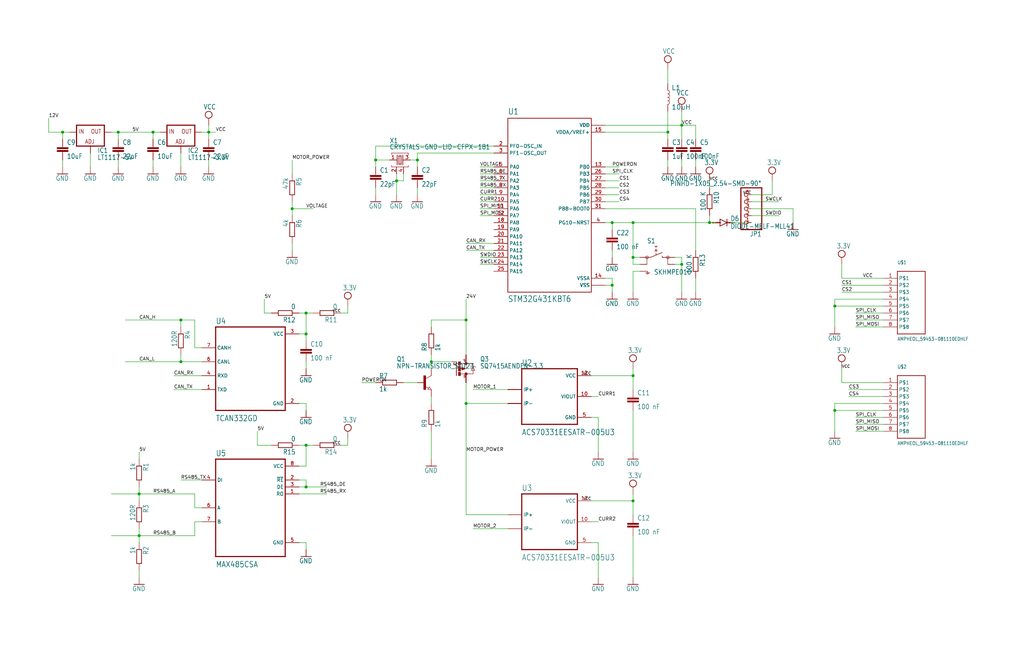
<source format=kicad_sch>
(kicad_sch (version 20210621) (generator eeschema)
  (paper "User" 373.913 237.744)
  (lib_symbols
    (symbol "Gripper FeeTech-eagle-import:ACS70331EESATR-005U3"
      (property "Reference" "U" (at -10.1803 11.1789 0))
      (property "Value" "ACS70331EESATR-005U3" (at -10.1877 -14.1878 0))
      (symbol "ACS70331EESATR-005U3_1_0"
        (pin input line (at -15.24 2.54 0) (length 5.08) (name "IP+") (number "1"))
        (pin output line (at 15.24 0 180) (length 5.08) (name "VIOUT") (number "10"))
        (pin power_in line (at 15.24 7.62 180) (length 5.08) (name "VCC") (number "12"))
        (pin input line (at -15.24 2.54 0) (length 5.08) (name "IP+") (number "2"))
        (pin input line (at -15.24 -2.54 0) (length 5.08) (name "IP-") (number "3"))
        (pin input line (at -15.24 -2.54 0) (length 5.08) (name "IP-") (number "4"))
        (pin power_in line (at 15.24 -7.62 180) (length 5.08) (name "GND") (number "5"))
      )
    )
    (symbol "Gripper FeeTech-eagle-import:AMPHEOL_59453-081110EDHLF"
      (property "Value" "AMPHEOL_59453-081110EDHLF" (at -5.08 -15.24 0))
      (symbol "AMPHEOL_59453-081110EDHLF_1_0"
        (pin bidirectional line (at -10.16 7.62 0) (length 5.08) (name "P$1") (number "1"))
        (pin bidirectional line (at -10.16 5.08 0) (length 5.08) (name "P$2") (number "2"))
        (pin bidirectional line (at -10.16 2.54 0) (length 5.08) (name "P$3") (number "3"))
        (pin bidirectional line (at -10.16 0 0) (length 5.08) (name "P$4") (number "4"))
        (pin bidirectional line (at -10.16 -2.54 0) (length 5.08) (name "P$5") (number "5"))
        (pin bidirectional line (at -10.16 -5.08 0) (length 5.08) (name "P$6") (number "6"))
        (pin bidirectional line (at -10.16 -7.62 0) (length 5.08) (name "P$7") (number "7"))
        (pin bidirectional line (at -10.16 -10.16 0) (length 5.08) (name "P$8") (number "8"))
      )
    )
    (symbol "Gripper FeeTech-eagle-import:C-EUC0402"
      (property "Reference" "C" (at 1.524 0.381 0))
      (property "Value" "C-EUC0402" (at 1.524 -4.699 0))
      (symbol "C-EUC0402_1_0"
        (pin passive line (at 0 2.54 270) (length 2.54) (name "1") (number "1"))
        (pin passive line (at 0 -5.08 90) (length 2.54) (name "2") (number "2"))
      )
    )
    (symbol "Gripper FeeTech-eagle-import:CRYSTALS-GND-LID-CFPX-181"
      (property "Reference" "X" (at -2.54 6.096 0))
      (property "Value" "CRYSTALS-GND-LID-CFPX-181" (at -2.54 3.81 0))
      (symbol "CRYSTALS-GND-LID-CFPX-181_1_0"
        (pin passive line (at -2.54 0 0) (length 2.54) (name "1") (number "1"))
        (pin passive line (at 0 -5.08 90) (length 2.54) (name "2") (number "2"))
        (pin passive line (at 5.08 0 180) (length 2.54) (name "3") (number "3"))
        (pin passive line (at 2.54 -5.08 90) (length 2.54) (name "4") (number "4"))
      )
    )
    (symbol "Gripper FeeTech-eagle-import:DIODE-MELF-MLL41"
      (property "Reference" "D" (at 2.54 0.4826 0))
      (property "Value" "DIODE-MELF-MLL41" (at 2.54 -2.3114 0))
      (symbol "DIODE-MELF-MLL41_1_0"
        (text "SpiceOrder 1" (at -2.54 0 0) (effects (font (size 0.4064 0.3454))))
        (text "SpiceOrder 2" (at 2.54 0 0) (effects (font (size 0.4064 0.3454))))
        (pin passive line (at -2.54 0 0) (length 0) (name "A") (number "A"))
        (pin passive line (at 2.54 0 180) (length 0) (name "C") (number "C"))
      )
    )
    (symbol "Gripper FeeTech-eagle-import:GND" (power)
      (property "Value" "GND" (at -2.54 -2.54 0))
      (symbol "GND_1_0"
        (pin power_in line (at 0 2.54 270) (length 2.54) (name "GND") (number "1"))
      )
    )
    (symbol "Gripper FeeTech-eagle-import:INDUCTOR-0603-33NH"
      (property "Reference" "L" (at 1.27 2.54 0))
      (property "Value" "INDUCTOR-0603-33NH" (at 1.27 -2.54 0))
      (symbol "INDUCTOR-0603-33NH_1_0"
        (pin passive line (at 0 5.08 270) (length 2.54) (name "1") (number "1"))
        (pin passive line (at 0 -5.08 90) (length 2.54) (name "2") (number "2"))
      )
    )
    (symbol "Gripper FeeTech-eagle-import:LD117A?S"
      (property "Reference" "IC" (at 2.54 -7.62 0))
      (property "Value" "LD117A?S" (at 2.54 -10.16 0))
      (symbol "LD117A?S_1_0"
        (text "ADJ" (at -2.032 -4.318 0) (effects (font (size 1.524 1.2954)) (justify left bottom)))
        (text "IN" (at -4.445 -0.635 0) (effects (font (size 1.524 1.2954)) (justify left bottom)))
        (text "OUT" (at 0.127 -0.635 0) (effects (font (size 1.524 1.2954)) (justify left bottom)))
        (pin input line (at 0 -7.62 90) (length 2.54) (name "ADJ") (number "1"))
        (pin input line (at -7.62 0 0) (length 2.54) (name "IN") (number "3"))
        (pin passive line (at 7.62 0 180) (length 2.54) (name "OUT") (number "4"))
      )
    )
    (symbol "Gripper FeeTech-eagle-import:MAX485CSA"
      (property "Reference" "U" (at -12.7 18.78 0))
      (property "Value" "MAX485CSA" (at -12.7 -21.78 0))
      (symbol "MAX485CSA_1_0"
        (pin output line (at 17.78 5.08 180) (length 5.08) (name "RO") (number "1"))
        (pin output line (at 17.78 10.16 180) (length 5.08) (name "~{RE}") (number "2"))
        (pin output line (at 17.78 7.62 180) (length 5.08) (name "DE") (number "3"))
        (pin input line (at -17.78 10.16 0) (length 5.08) (name "DI") (number "4"))
        (pin power_in line (at 17.78 -12.7 180) (length 5.08) (name "GND") (number "5"))
        (pin bidirectional line (at -17.78 0 0) (length 5.08) (name "A") (number "6"))
        (pin bidirectional line (at -17.78 -5.08 0) (length 5.08) (name "B") (number "7"))
        (pin power_in line (at 17.78 15.24 180) (length 5.08) (name "VCC") (number "8"))
      )
    )
    (symbol "Gripper FeeTech-eagle-import:NPN-TRANSISTOR_SOT23"
      (property "Reference" "Q" (at -10.16 7.62 0))
      (property "Value" "NPN-TRANSISTOR_SOT23" (at -10.16 5.08 0))
      (symbol "NPN-TRANSISTOR_SOT23_1_0"
        (pin passive line (at -2.54 0 0) (length 2.54) (name "B") (number "1"))
        (pin passive line (at 2.54 -5.08 90) (length 2.54) (name "E") (number "2"))
        (pin passive line (at 2.54 5.08 270) (length 2.54) (name "C") (number "3"))
      )
    )
    (symbol "Gripper FeeTech-eagle-import:PINHD-1X05_2.54-SMD-90°"
      (property "Reference" "JP" (at -6.35 8.255 0))
      (property "Value" "PINHD-1X05_2.54-SMD-90°" (at -6.35 -10.16 0))
      (symbol "PINHD-1X05_2.54-SMD-90°_1_0"
        (pin passive inverted (at -2.54 5.08 0) (length 2.54) (name "1") (number "1"))
        (pin passive inverted (at -2.54 2.54 0) (length 2.54) (name "2") (number "2"))
        (pin passive inverted (at -2.54 0 0) (length 2.54) (name "3") (number "3"))
        (pin passive inverted (at -2.54 -2.54 0) (length 2.54) (name "4") (number "4"))
        (pin passive inverted (at -2.54 -5.08 0) (length 2.54) (name "5") (number "5"))
      )
    )
    (symbol "Gripper FeeTech-eagle-import:R-EU_R0402"
      (property "Reference" "R" (at -3.81 1.4986 0))
      (property "Value" "R-EU_R0402" (at -3.81 -3.302 0))
      (symbol "R-EU_R0402_1_0"
        (pin passive line (at -5.08 0 0) (length 2.54) (name "1") (number "1"))
        (pin passive line (at 5.08 0 180) (length 2.54) (name "2") (number "2"))
      )
    )
    (symbol "Gripper FeeTech-eagle-import:SKHMPE010"
      (property "Reference" "S" (at -2.54 5.08 0))
      (property "Value" "SKHMPE010" (at 0 -6.35 0))
      (symbol "SKHMPE010_1_0"
        (pin passive line (at -5.08 0 0) (length 2.54) (name "1.1") (number "1"))
        (pin passive line (at -5.08 -2.54 0) (length 2.54) (name "1.2") (number "2"))
        (pin passive line (at 7.62 0 180) (length 2.54) (name "2.1") (number "3"))
        (pin passive line (at 7.62 -2.54 180) (length 2.54) (name "2.2") (number "4"))
        (pin passive line (at -5.08 -5.08 0) (length 2.54) (name "SH") (number "5"))
      )
    )
    (symbol "Gripper FeeTech-eagle-import:SQ7415AENDFN-3.3"
      (property "Reference" "Q" (at 7.62 2.54 0))
      (property "Value" "SQ7415AENDFN-3.3" (at 7.62 0 0))
      (symbol "SQ7415AENDFN-3.3_1_0"
        (text "D" (at 1.524 -3.302 0) (effects (font (size 0.8128 0.6908)) (justify left bottom)))
        (text "G" (at -2.286 1.27 0) (effects (font (size 0.8128 0.6908)) (justify left bottom)))
        (text "S" (at 1.524 2.54 0) (effects (font (size 0.8128 0.6908)) (justify left bottom)))
        (pin passive line (at 2.54 5.08 270) (length 2.54) (name "S") (number "1"))
        (pin passive line (at 2.54 5.08 270) (length 2.54) (name "S") (number "2"))
        (pin passive line (at 2.54 5.08 270) (length 2.54) (name "S") (number "3"))
        (pin passive line (at -2.54 2.54 0) (length 0) (name "G") (number "4"))
        (pin passive line (at 2.54 -5.08 90) (length 2.54) (name "D") (number "5"))
        (pin passive line (at 2.54 -5.08 90) (length 2.54) (name "D") (number "6"))
        (pin passive line (at 2.54 -5.08 90) (length 2.54) (name "D") (number "7"))
        (pin passive line (at 2.54 -5.08 90) (length 2.54) (name "D") (number "8"))
      )
    )
    (symbol "Gripper FeeTech-eagle-import:STM32G431KBT6"
      (property "Reference" "U" (at -15.24 34.29 0))
      (property "Value" "STM32G431KBT6" (at -15.24 -31.75 0))
      (symbol "STM32G431KBT6_1_0"
        (pin power_in line (at 20.32 30.48 180) (length 5.08) (name "VDD") (number "1"))
        (pin bidirectional line (at -20.32 2.54 0) (length 5.08) (name "PA5") (number "10"))
        (pin bidirectional line (at -20.32 0 0) (length 5.08) (name "PA6") (number "11"))
        (pin bidirectional line (at -20.32 -2.54 0) (length 5.08) (name "PA7") (number "12"))
        (pin bidirectional line (at 20.32 15.24 180) (length 5.08) (name "PB0") (number "13"))
        (pin power_in line (at 20.32 -25.4 180) (length 5.08) (name "VSSA") (number "14"))
        (pin power_in line (at 20.32 27.94 180) (length 5.08) (name "VDDA/VREF+") (number "15"))
        (pin power_in line (at 20.32 -27.94 180) (length 5.08) (name "VSS") (number "16"))
        (pin power_in line (at 20.32 30.48 180) (length 5.08) (name "VDD") (number "17"))
        (pin bidirectional line (at -20.32 -5.08 0) (length 5.08) (name "PA8") (number "18"))
        (pin bidirectional line (at -20.32 -7.62 0) (length 5.08) (name "PA9") (number "19"))
        (pin input line (at -20.32 22.86 0) (length 5.08) (name "PF0-OSC_IN") (number "2"))
        (pin bidirectional line (at -20.32 -10.16 0) (length 5.08) (name "PA10") (number "20"))
        (pin bidirectional line (at -20.32 -12.7 0) (length 5.08) (name "PA11") (number "21"))
        (pin bidirectional line (at -20.32 -15.24 0) (length 5.08) (name "PA12") (number "22"))
        (pin bidirectional line (at -20.32 -17.78 0) (length 5.08) (name "PA13") (number "23"))
        (pin bidirectional line (at -20.32 -20.32 0) (length 5.08) (name "PA14") (number "24"))
        (pin bidirectional line (at -20.32 -22.86 0) (length 5.08) (name "PA15") (number "25"))
        (pin bidirectional line (at 20.32 12.7 180) (length 5.08) (name "PB3") (number "26"))
        (pin bidirectional line (at 20.32 10.16 180) (length 5.08) (name "PB4") (number "27"))
        (pin bidirectional line (at 20.32 7.62 180) (length 5.08) (name "PB5") (number "28"))
        (pin bidirectional line (at 20.32 5.08 180) (length 5.08) (name "PB6") (number "29"))
        (pin output line (at -20.32 20.32 0) (length 5.08) (name "PF1-OSC_OUT") (number "3"))
        (pin bidirectional line (at 20.32 2.54 180) (length 5.08) (name "PB7") (number "30"))
        (pin bidirectional line (at 20.32 0 180) (length 5.08) (name "PB8-BOOT0") (number "31"))
        (pin power_in line (at 20.32 -27.94 180) (length 5.08) (name "VSS") (number "32"))
        (pin bidirectional line (at 20.32 -5.08 180) (length 5.08) (name "PG10-NRST") (number "4"))
        (pin bidirectional line (at -20.32 15.24 0) (length 5.08) (name "PA0") (number "5"))
        (pin bidirectional line (at -20.32 12.7 0) (length 5.08) (name "PA1") (number "6"))
        (pin bidirectional line (at -20.32 10.16 0) (length 5.08) (name "PA2") (number "7"))
        (pin bidirectional line (at -20.32 7.62 0) (length 5.08) (name "PA3") (number "8"))
        (pin bidirectional line (at -20.32 5.08 0) (length 5.08) (name "PA4") (number "9"))
      )
    )
    (symbol "Gripper FeeTech-eagle-import:TCAN332GD"
      (property "Reference" "U" (at -12.7 16.24 0))
      (property "Value" "TCAN332GD" (at -12.7 -19.24 0))
      (symbol "TCAN332GD_1_0"
        (pin bidirectional line (at -17.78 -7.62 0) (length 5.08) (name "TXD") (number "1"))
        (pin power_in line (at 17.78 -12.7 180) (length 5.08) (name "GND") (number "2"))
        (pin power_in line (at 17.78 12.7 180) (length 5.08) (name "VCC") (number "3"))
        (pin bidirectional line (at -17.78 -2.54 0) (length 5.08) (name "RXD") (number "4"))
        (pin bidirectional line (at -17.78 2.54 0) (length 5.08) (name "CANL") (number "6"))
        (pin bidirectional line (at -17.78 7.62 0) (length 5.08) (name "CANH") (number "7"))
      )
    )
    (symbol "Gripper FeeTech-eagle-import:VCC" (power)
      (property "Value" "VCC" (at -1.905 3.175 0))
      (symbol "VCC_1_0"
        (pin power_in line (at 0 -2.54 90) (length 2.54) (name "VCC") (number "1"))
      )
    )
  )
  (junction (at 22.86 48.26))
  (junction (at 43.18 48.26))
  (junction (at 50.8 180.34))
  (junction (at 50.8 195.58))
  (junction (at 55.88 48.26))
  (junction (at 66.04 116.84))
  (junction (at 66.04 132.08))
  (junction (at 76.2 48.26))
  (junction (at 106.68 76.2))
  (junction (at 111.76 114.3))
  (junction (at 111.76 121.92))
  (junction (at 111.76 162.56))
  (junction (at 111.76 177.8))
  (junction (at 137.16 58.42))
  (junction (at 144.78 66.04))
  (junction (at 152.4 58.42))
  (junction (at 157.48 132.08))
  (junction (at 170.18 116.84))
  (junction (at 170.18 147.32))
  (junction (at 223.52 81.28))
  (junction (at 223.52 104.14))
  (junction (at 231.14 81.28))
  (junction (at 231.14 93.98))
  (junction (at 231.14 137.16))
  (junction (at 231.14 182.88))
  (junction (at 243.84 48.26))
  (junction (at 248.92 45.72))
  (junction (at 248.92 96.52))
  (junction (at 259.08 81.28))
  (junction (at 304.8 111.76))
  (junction (at 304.8 149.86))
  (wire (pts (xy 17.78 48.26) (xy 17.78 43.18)))
  (wire (pts (xy 22.86 48.26) (xy 17.78 48.26)))
  (wire (pts (xy 22.86 50.8) (xy 22.86 48.26)))
  (wire (pts (xy 22.86 58.42) (xy 22.86 60.96)))
  (wire (pts (xy 25.4 48.26) (xy 22.86 48.26)))
  (wire (pts (xy 33.02 55.88) (xy 33.02 60.96)))
  (wire (pts (xy 40.64 48.26) (xy 43.18 48.26)))
  (wire (pts (xy 43.18 48.26) (xy 55.88 48.26)))
  (wire (pts (xy 43.18 50.8) (xy 43.18 48.26)))
  (wire (pts (xy 43.18 58.42) (xy 43.18 60.96)))
  (wire (pts (xy 50.8 167.64) (xy 50.8 165.1)))
  (wire (pts (xy 50.8 180.34) (xy 40.64 180.34)))
  (wire (pts (xy 50.8 180.34) (xy 50.8 177.8)))
  (wire (pts (xy 50.8 180.34) (xy 71.12 180.34)))
  (wire (pts (xy 50.8 182.88) (xy 50.8 180.34)))
  (wire (pts (xy 50.8 195.58) (xy 40.64 195.58)))
  (wire (pts (xy 50.8 195.58) (xy 50.8 193.04)))
  (wire (pts (xy 50.8 195.58) (xy 71.12 195.58)))
  (wire (pts (xy 50.8 198.12) (xy 50.8 195.58)))
  (wire (pts (xy 50.8 210.82) (xy 50.8 208.28)))
  (wire (pts (xy 55.88 48.26) (xy 58.42 48.26)))
  (wire (pts (xy 55.88 50.8) (xy 55.88 48.26)))
  (wire (pts (xy 55.88 58.42) (xy 55.88 60.96)))
  (wire (pts (xy 66.04 55.88) (xy 66.04 60.96)))
  (wire (pts (xy 66.04 116.84) (xy 45.72 116.84)))
  (wire (pts (xy 66.04 116.84) (xy 71.12 116.84)))
  (wire (pts (xy 66.04 119.38) (xy 66.04 116.84)))
  (wire (pts (xy 66.04 129.54) (xy 66.04 132.08)))
  (wire (pts (xy 66.04 132.08) (xy 45.72 132.08)))
  (wire (pts (xy 71.12 127) (xy 71.12 116.84)))
  (wire (pts (xy 71.12 180.34) (xy 71.12 185.42)))
  (wire (pts (xy 71.12 185.42) (xy 73.66 185.42)))
  (wire (pts (xy 71.12 190.5) (xy 73.66 190.5)))
  (wire (pts (xy 71.12 195.58) (xy 71.12 190.5)))
  (wire (pts (xy 73.66 48.26) (xy 76.2 48.26)))
  (wire (pts (xy 73.66 127) (xy 71.12 127)))
  (wire (pts (xy 73.66 132.08) (xy 66.04 132.08)))
  (wire (pts (xy 73.66 137.16) (xy 63.5 137.16)))
  (wire (pts (xy 73.66 142.24) (xy 63.5 142.24)))
  (wire (pts (xy 73.66 175.26) (xy 66.04 175.26)))
  (wire (pts (xy 76.2 45.72) (xy 76.2 48.26)))
  (wire (pts (xy 76.2 48.26) (xy 78.74 48.26)))
  (wire (pts (xy 76.2 50.8) (xy 76.2 48.26)))
  (wire (pts (xy 76.2 58.42) (xy 76.2 60.96)))
  (wire (pts (xy 93.98 162.56) (xy 93.98 157.48)))
  (wire (pts (xy 96.52 114.3) (xy 96.52 109.22)))
  (wire (pts (xy 99.06 114.3) (xy 96.52 114.3)))
  (wire (pts (xy 99.06 162.56) (xy 93.98 162.56)))
  (wire (pts (xy 106.68 63.5) (xy 106.68 58.42)))
  (wire (pts (xy 106.68 73.66) (xy 106.68 76.2)))
  (wire (pts (xy 106.68 76.2) (xy 106.68 78.74)))
  (wire (pts (xy 106.68 76.2) (xy 114.3 76.2)))
  (wire (pts (xy 106.68 91.44) (xy 106.68 88.9)))
  (wire (pts (xy 109.22 121.92) (xy 111.76 121.92)))
  (wire (pts (xy 109.22 147.32) (xy 111.76 147.32)))
  (wire (pts (xy 109.22 170.18) (xy 111.76 170.18)))
  (wire (pts (xy 109.22 175.26) (xy 111.76 175.26)))
  (wire (pts (xy 109.22 180.34) (xy 119.38 180.34)))
  (wire (pts (xy 109.22 198.12) (xy 111.76 198.12)))
  (wire (pts (xy 111.76 114.3) (xy 109.22 114.3)))
  (wire (pts (xy 111.76 114.3) (xy 114.3 114.3)))
  (wire (pts (xy 111.76 121.92) (xy 111.76 114.3)))
  (wire (pts (xy 111.76 124.46) (xy 111.76 121.92)))
  (wire (pts (xy 111.76 134.62) (xy 111.76 132.08)))
  (wire (pts (xy 111.76 147.32) (xy 111.76 149.86)))
  (wire (pts (xy 111.76 162.56) (xy 109.22 162.56)))
  (wire (pts (xy 111.76 162.56) (xy 114.3 162.56)))
  (wire (pts (xy 111.76 170.18) (xy 111.76 162.56)))
  (wire (pts (xy 111.76 175.26) (xy 111.76 177.8)))
  (wire (pts (xy 111.76 177.8) (xy 109.22 177.8)))
  (wire (pts (xy 111.76 177.8) (xy 119.38 177.8)))
  (wire (pts (xy 111.76 198.12) (xy 111.76 200.66)))
  (wire (pts (xy 124.46 114.3) (xy 127 114.3)))
  (wire (pts (xy 124.46 162.56) (xy 127 162.56)))
  (wire (pts (xy 127 114.3) (xy 127 111.76)))
  (wire (pts (xy 127 162.56) (xy 127 160.02)))
  (wire (pts (xy 137.16 53.34) (xy 137.16 58.42)))
  (wire (pts (xy 137.16 58.42) (xy 137.16 60.96)))
  (wire (pts (xy 137.16 68.58) (xy 137.16 71.12)))
  (wire (pts (xy 137.16 139.7) (xy 132.08 139.7)))
  (wire (pts (xy 142.24 58.42) (xy 137.16 58.42)))
  (wire (pts (xy 144.78 66.04) (xy 144.78 63.5)))
  (wire (pts (xy 144.78 66.04) (xy 147.32 66.04)))
  (wire (pts (xy 144.78 71.12) (xy 144.78 66.04)))
  (wire (pts (xy 147.32 66.04) (xy 147.32 63.5)))
  (wire (pts (xy 149.86 58.42) (xy 152.4 58.42)))
  (wire (pts (xy 152.4 55.88) (xy 180.34 55.88)))
  (wire (pts (xy 152.4 58.42) (xy 152.4 55.88)))
  (wire (pts (xy 152.4 58.42) (xy 152.4 60.96)))
  (wire (pts (xy 152.4 68.58) (xy 152.4 71.12)))
  (wire (pts (xy 152.4 139.7) (xy 147.32 139.7)))
  (wire (pts (xy 157.48 116.84) (xy 170.18 116.84)))
  (wire (pts (xy 157.48 119.38) (xy 157.48 116.84)))
  (wire (pts (xy 157.48 129.54) (xy 157.48 132.08)))
  (wire (pts (xy 157.48 132.08) (xy 157.48 134.62)))
  (wire (pts (xy 157.48 132.08) (xy 165.1 132.08)))
  (wire (pts (xy 157.48 144.78) (xy 157.48 147.32)))
  (wire (pts (xy 157.48 157.48) (xy 157.48 167.64)))
  (wire (pts (xy 170.18 116.84) (xy 170.18 109.22)))
  (wire (pts (xy 170.18 129.54) (xy 170.18 116.84)))
  (wire (pts (xy 170.18 139.7) (xy 170.18 147.32)))
  (wire (pts (xy 170.18 187.96) (xy 170.18 147.32)))
  (wire (pts (xy 172.72 142.24) (xy 185.42 142.24)))
  (wire (pts (xy 172.72 193.04) (xy 185.42 193.04)))
  (wire (pts (xy 180.34 53.34) (xy 137.16 53.34)))
  (wire (pts (xy 180.34 60.96) (xy 175.26 60.96)))
  (wire (pts (xy 180.34 63.5) (xy 175.26 63.5)))
  (wire (pts (xy 180.34 66.04) (xy 175.26 66.04)))
  (wire (pts (xy 180.34 68.58) (xy 175.26 68.58)))
  (wire (pts (xy 180.34 71.12) (xy 175.26 71.12)))
  (wire (pts (xy 180.34 73.66) (xy 175.26 73.66)))
  (wire (pts (xy 180.34 76.2) (xy 175.26 76.2)))
  (wire (pts (xy 180.34 78.74) (xy 175.26 78.74)))
  (wire (pts (xy 180.34 88.9) (xy 170.18 88.9)))
  (wire (pts (xy 180.34 91.44) (xy 170.18 91.44)))
  (wire (pts (xy 180.34 93.98) (xy 175.26 93.98)))
  (wire (pts (xy 180.34 96.52) (xy 175.26 96.52)))
  (wire (pts (xy 185.42 147.32) (xy 170.18 147.32)))
  (wire (pts (xy 185.42 187.96) (xy 170.18 187.96)))
  (wire (pts (xy 215.9 137.16) (xy 231.14 137.16)))
  (wire (pts (xy 215.9 144.78) (xy 218.44 144.78)))
  (wire (pts (xy 215.9 152.4) (xy 218.44 152.4)))
  (wire (pts (xy 215.9 182.88) (xy 231.14 182.88)))
  (wire (pts (xy 215.9 190.5) (xy 218.44 190.5)))
  (wire (pts (xy 215.9 198.12) (xy 218.44 198.12)))
  (wire (pts (xy 218.44 152.4) (xy 218.44 165.1)))
  (wire (pts (xy 218.44 198.12) (xy 218.44 210.82)))
  (wire (pts (xy 220.98 45.72) (xy 248.92 45.72)))
  (wire (pts (xy 220.98 48.26) (xy 243.84 48.26)))
  (wire (pts (xy 220.98 60.96) (xy 226.06 60.96)))
  (wire (pts (xy 220.98 63.5) (xy 226.06 63.5)))
  (wire (pts (xy 220.98 66.04) (xy 226.06 66.04)))
  (wire (pts (xy 220.98 68.58) (xy 226.06 68.58)))
  (wire (pts (xy 220.98 71.12) (xy 226.06 71.12)))
  (wire (pts (xy 220.98 73.66) (xy 226.06 73.66)))
  (wire (pts (xy 220.98 81.28) (xy 223.52 81.28)))
  (wire (pts (xy 220.98 101.6) (xy 223.52 101.6)))
  (wire (pts (xy 220.98 104.14) (xy 223.52 104.14)))
  (wire (pts (xy 223.52 81.28) (xy 231.14 81.28)))
  (wire (pts (xy 223.52 83.82) (xy 223.52 81.28)))
  (wire (pts (xy 223.52 93.98) (xy 223.52 91.44)))
  (wire (pts (xy 223.52 101.6) (xy 223.52 104.14)))
  (wire (pts (xy 223.52 104.14) (xy 223.52 106.68)))
  (wire (pts (xy 231.14 81.28) (xy 231.14 93.98)))
  (wire (pts (xy 231.14 81.28) (xy 259.08 81.28)))
  (wire (pts (xy 231.14 93.98) (xy 231.14 96.52)))
  (wire (pts (xy 231.14 93.98) (xy 233.68 93.98)))
  (wire (pts (xy 231.14 96.52) (xy 233.68 96.52)))
  (wire (pts (xy 231.14 99.06) (xy 231.14 106.68)))
  (wire (pts (xy 231.14 134.62) (xy 231.14 137.16)))
  (wire (pts (xy 231.14 137.16) (xy 231.14 142.24)))
  (wire (pts (xy 231.14 149.86) (xy 231.14 165.1)))
  (wire (pts (xy 231.14 180.34) (xy 231.14 182.88)))
  (wire (pts (xy 231.14 182.88) (xy 231.14 187.96)))
  (wire (pts (xy 231.14 195.58) (xy 231.14 210.82)))
  (wire (pts (xy 233.68 99.06) (xy 231.14 99.06)))
  (wire (pts (xy 243.84 30.48) (xy 243.84 25.4)))
  (wire (pts (xy 243.84 48.26) (xy 243.84 40.64)))
  (wire (pts (xy 243.84 48.26) (xy 243.84 50.8)))
  (wire (pts (xy 243.84 60.96) (xy 243.84 58.42)))
  (wire (pts (xy 246.38 93.98) (xy 248.92 93.98)))
  (wire (pts (xy 246.38 96.52) (xy 248.92 96.52)))
  (wire (pts (xy 248.92 45.72) (xy 248.92 40.64)))
  (wire (pts (xy 248.92 45.72) (xy 248.92 50.8)))
  (wire (pts (xy 248.92 58.42) (xy 248.92 60.96)))
  (wire (pts (xy 248.92 93.98) (xy 248.92 96.52)))
  (wire (pts (xy 248.92 96.52) (xy 248.92 106.68)))
  (wire (pts (xy 254 45.72) (xy 248.92 45.72)))
  (wire (pts (xy 254 50.8) (xy 254 45.72)))
  (wire (pts (xy 254 60.96) (xy 254 58.42)))
  (wire (pts (xy 254 76.2) (xy 220.98 76.2)))
  (wire (pts (xy 254 91.44) (xy 254 76.2)))
  (wire (pts (xy 254 106.68) (xy 254 101.6)))
  (wire (pts (xy 259.08 66.04) (xy 259.08 68.58)))
  (wire (pts (xy 259.08 78.74) (xy 259.08 81.28)))
  (wire (pts (xy 259.08 81.28) (xy 261.62 81.28)))
  (wire (pts (xy 274.32 71.12) (xy 281.94 71.12)))
  (wire (pts (xy 274.32 73.66) (xy 284.48 73.66)))
  (wire (pts (xy 274.32 76.2) (xy 289.56 76.2)))
  (wire (pts (xy 274.32 78.74) (xy 284.48 78.74)))
  (wire (pts (xy 274.32 81.28) (xy 266.7 81.28)))
  (wire (pts (xy 281.94 71.12) (xy 281.94 66.04)))
  (wire (pts (xy 289.56 76.2) (xy 289.56 81.28)))
  (wire (pts (xy 304.8 109.22) (xy 304.8 111.76)))
  (wire (pts (xy 304.8 111.76) (xy 304.8 119.38)))
  (wire (pts (xy 304.8 147.32) (xy 304.8 149.86)))
  (wire (pts (xy 304.8 149.86) (xy 304.8 157.48)))
  (wire (pts (xy 307.34 96.52) (xy 307.34 101.6)))
  (wire (pts (xy 307.34 101.6) (xy 322.58 101.6)))
  (wire (pts (xy 307.34 104.14) (xy 322.58 104.14)))
  (wire (pts (xy 307.34 106.68) (xy 322.58 106.68)))
  (wire (pts (xy 307.34 134.62) (xy 307.34 139.7)))
  (wire (pts (xy 307.34 139.7) (xy 322.58 139.7)))
  (wire (pts (xy 312.42 116.84) (xy 322.58 116.84)))
  (wire (pts (xy 312.42 119.38) (xy 322.58 119.38)))
  (wire (pts (xy 312.42 157.48) (xy 322.58 157.48)))
  (wire (pts (xy 322.58 109.22) (xy 304.8 109.22)))
  (wire (pts (xy 322.58 111.76) (xy 304.8 111.76)))
  (wire (pts (xy 322.58 114.3) (xy 312.42 114.3)))
  (wire (pts (xy 322.58 142.24) (xy 309.88 142.24)))
  (wire (pts (xy 322.58 144.78) (xy 309.88 144.78)))
  (wire (pts (xy 322.58 147.32) (xy 304.8 147.32)))
  (wire (pts (xy 322.58 149.86) (xy 304.8 149.86)))
  (wire (pts (xy 322.58 152.4) (xy 312.42 152.4)))
  (wire (pts (xy 322.58 154.94) (xy 312.42 154.94)))
  (label "12V" (at 17.78 43.18 0) (effects (font (size 1.2446 1.2446))))
  (label "5V" (at 48.26 48.26 0) (effects (font (size 1.2446 1.2446))))
  (label "CAN_H" (at 50.8 116.84 0) (effects (font (size 1.2446 1.2446))))
  (label "CAN_L" (at 50.8 132.08 0) (effects (font (size 1.2446 1.2446))))
  (label "5V" (at 50.8 165.1 0) (effects (font (size 1.2446 1.2446))))
  (label "RS485_A" (at 55.88 180.34 0) (effects (font (size 1.2446 1.2446))))
  (label "RS485_B" (at 55.88 195.58 0) (effects (font (size 1.2446 1.2446))))
  (label "CAN_RX" (at 63.5 137.16 0) (effects (font (size 1.2446 1.2446))))
  (label "CAN_TX" (at 63.5 142.24 0) (effects (font (size 1.2446 1.2446))))
  (label "RS485_TX" (at 66.04 175.26 0) (effects (font (size 1.2446 1.2446))))
  (label "VCC" (at 78.74 48.26 0) (effects (font (size 1.2446 1.2446))))
  (label "5V" (at 93.98 157.48 0) (effects (font (size 1.2446 1.2446))))
  (label "5V" (at 96.52 109.22 0) (effects (font (size 1.2446 1.2446))))
  (label "MOTOR_POWER" (at 106.68 58.42 0) (effects (font (size 1.2446 1.2446))))
  (label "VOLTAGE" (at 111.76 76.2 0) (effects (font (size 1.2446 1.2446))))
  (label "RS485_DE" (at 116.84 177.8 0) (effects (font (size 1.2446 1.2446))))
  (label "RS485_RX" (at 116.84 180.34 0) (effects (font (size 1.2446 1.2446))))
  (label "VCC" (at 124.46 114.3 180) (effects (font (size 1.016 1.016))))
  (label "VCC" (at 124.46 162.56 180) (effects (font (size 1.016 1.016))))
  (label "POWERON" (at 132.08 139.7 0) (effects (font (size 1.2446 1.2446))))
  (label "CAN_RX" (at 170.18 88.9 0) (effects (font (size 1.2446 1.2446))))
  (label "CAN_TX" (at 170.18 91.44 0) (effects (font (size 1.2446 1.2446))))
  (label "24V" (at 170.18 109.22 0) (effects (font (size 1.2446 1.2446))))
  (label "MOTOR_POWER" (at 170.18 165.1 0) (effects (font (size 1.2446 1.2446))))
  (label "MOTOR_1" (at 172.72 142.24 0) (effects (font (size 1.2446 1.2446))))
  (label "MOTOR_2" (at 172.72 193.04 0) (effects (font (size 1.2446 1.2446))))
  (label "VOLTAGE" (at 175.26 60.96 0) (effects (font (size 1.2446 1.2446))))
  (label "RS485_DE" (at 175.26 63.5 0) (effects (font (size 1.2446 1.2446))))
  (label "RS485_TX" (at 175.26 66.04 0) (effects (font (size 1.2446 1.2446))))
  (label "RS485_RX" (at 175.26 68.58 0) (effects (font (size 1.2446 1.2446))))
  (label "CURR1" (at 175.26 71.12 0) (effects (font (size 1.2446 1.2446))))
  (label "CURR2" (at 175.26 73.66 0) (effects (font (size 1.2446 1.2446))))
  (label "SPI_MISO" (at 175.26 76.2 0) (effects (font (size 1.2446 1.2446))))
  (label "SPI_MOSI" (at 175.26 78.74 0) (effects (font (size 1.2446 1.2446))))
  (label "SWDIO" (at 175.26 93.98 0) (effects (font (size 1.2446 1.2446))))
  (label "SWCLK" (at 175.26 96.52 0) (effects (font (size 1.2446 1.2446))))
  (label "VCC" (at 215.9 137.16 180) (effects (font (size 1.016 1.016))))
  (label "VCC" (at 215.9 182.88 180) (effects (font (size 1.016 1.016))))
  (label "CURR1" (at 218.44 144.78 0) (effects (font (size 1.2446 1.2446))))
  (label "CURR2" (at 218.44 190.5 0) (effects (font (size 1.2446 1.2446))))
  (label "POWERON" (at 223.52 60.96 0) (effects (font (size 1.2446 1.2446))))
  (label "SPI_CLK" (at 223.52 63.5 0) (effects (font (size 1.2446 1.2446))))
  (label "CS1" (at 226.06 66.04 0) (effects (font (size 1.2446 1.2446))))
  (label "CS2" (at 226.06 68.58 0) (effects (font (size 1.2446 1.2446))))
  (label "CS3" (at 226.06 71.12 0) (effects (font (size 1.2446 1.2446))))
  (label "CS4" (at 226.06 73.66 0) (effects (font (size 1.2446 1.2446))))
  (label "VCC" (at 248.92 45.72 0) (effects (font (size 1.2446 1.2446))))
  (label "VCC" (at 259.08 66.04 0) (effects (font (size 1.016 1.016))))
  (label "VCC" (at 274.32 71.12 180) (effects (font (size 1.016 1.016))))
  (label "SWCLK" (at 279.4 73.66 0) (effects (font (size 1.2446 1.2446))))
  (label "SWDIO" (at 279.4 78.74 0) (effects (font (size 1.2446 1.2446))))
  (label "CS1" (at 307.34 104.14 0) (effects (font (size 1.2446 1.2446))))
  (label "CS2" (at 307.34 106.68 0) (effects (font (size 1.2446 1.2446))))
  (label "VCC" (at 307.34 134.62 0) (effects (font (size 1.016 1.016))))
  (label "CS3" (at 309.88 142.24 0) (effects (font (size 1.2446 1.2446))))
  (label "CS4" (at 309.88 144.78 0) (effects (font (size 1.2446 1.2446))))
  (label "SPI_CLK" (at 312.42 114.3 0) (effects (font (size 1.2446 1.2446))))
  (label "SPI_MISO" (at 312.42 116.84 0) (effects (font (size 1.2446 1.2446))))
  (label "SPI_MOSI" (at 312.42 119.38 0) (effects (font (size 1.2446 1.2446))))
  (label "SPI_CLK" (at 312.42 152.4 0) (effects (font (size 1.2446 1.2446))))
  (label "SPI_MISO" (at 312.42 154.94 0) (effects (font (size 1.2446 1.2446))))
  (label "SPI_MOSI" (at 312.42 157.48 0) (effects (font (size 1.2446 1.2446))))
  (label "VCC" (at 314.96 101.6 0) (effects (font (size 1.2446 1.2446))))
  (symbol (lib_id "Gripper FeeTech-eagle-import:GND") (at 22.86 63.5 0) (unit 1)
    (property "Reference" "#GND15" (effects hide))
    (property "Value" "GND" (at 20.32 66.04 0) (effects (font (size 1.778 1.5113)) (justify left bottom)))
  )
  (symbol (lib_id "Gripper FeeTech-eagle-import:GND") (at 33.02 63.5 0) (unit 1)
    (property "Reference" "#GND14" (effects hide))
    (property "Value" "GND" (at 30.48 66.04 0) (effects (font (size 1.778 1.5113)) (justify left bottom)))
  )
  (symbol (lib_id "Gripper FeeTech-eagle-import:GND") (at 43.18 63.5 0) (unit 1)
    (property "Reference" "#GND13" (effects hide))
    (property "Value" "GND" (at 40.64 66.04 0) (effects (font (size 1.778 1.5113)) (justify left bottom)))
  )
  (symbol (lib_id "Gripper FeeTech-eagle-import:GND") (at 50.8 213.36 0) (unit 1)
    (property "Reference" "#GND19" (effects hide))
    (property "Value" "GND" (at 48.26 215.9 0) (effects (font (size 1.778 1.5113)) (justify left bottom)))
  )
  (symbol (lib_id "Gripper FeeTech-eagle-import:GND") (at 55.88 63.5 0) (unit 1)
    (property "Reference" "#GND12" (effects hide))
    (property "Value" "GND" (at 53.34 66.04 0) (effects (font (size 1.778 1.5113)) (justify left bottom)))
  )
  (symbol (lib_id "Gripper FeeTech-eagle-import:GND") (at 66.04 63.5 0) (unit 1)
    (property "Reference" "#GND11" (effects hide))
    (property "Value" "GND" (at 63.5 66.04 0) (effects (font (size 1.778 1.5113)) (justify left bottom)))
  )
  (symbol (lib_id "Gripper FeeTech-eagle-import:GND") (at 76.2 63.5 0) (unit 1)
    (property "Reference" "#GND10" (effects hide))
    (property "Value" "GND" (at 73.66 66.04 0) (effects (font (size 1.778 1.5113)) (justify left bottom)))
  )
  (symbol (lib_id "Gripper FeeTech-eagle-import:GND") (at 106.68 93.98 0) (unit 1)
    (property "Reference" "#GND24" (effects hide))
    (property "Value" "GND" (at 104.14 96.52 0) (effects (font (size 1.778 1.5113)) (justify left bottom)))
  )
  (symbol (lib_id "Gripper FeeTech-eagle-import:GND") (at 111.76 137.16 0) (unit 1)
    (property "Reference" "#GND17" (effects hide))
    (property "Value" "GND" (at 109.22 139.7 0) (effects (font (size 1.778 1.5113)) (justify left bottom)))
  )
  (symbol (lib_id "Gripper FeeTech-eagle-import:GND") (at 111.76 152.4 0) (unit 1)
    (property "Reference" "#GND16" (effects hide))
    (property "Value" "GND" (at 109.22 154.94 0) (effects (font (size 1.778 1.5113)) (justify left bottom)))
  )
  (symbol (lib_id "Gripper FeeTech-eagle-import:GND") (at 111.76 203.2 0) (unit 1)
    (property "Reference" "#GND18" (effects hide))
    (property "Value" "GND" (at 109.22 205.74 0) (effects (font (size 1.778 1.5113)) (justify left bottom)))
  )
  (symbol (lib_id "Gripper FeeTech-eagle-import:GND") (at 137.16 73.66 0) (unit 1)
    (property "Reference" "#GND1" (effects hide))
    (property "Value" "GND" (at 134.62 76.2 0) (effects (font (size 1.778 1.5113)) (justify left bottom)))
  )
  (symbol (lib_id "Gripper FeeTech-eagle-import:GND") (at 144.78 73.66 0) (unit 1)
    (property "Reference" "#GND5" (effects hide))
    (property "Value" "GND" (at 142.24 76.2 0) (effects (font (size 1.778 1.5113)) (justify left bottom)))
  )
  (symbol (lib_id "Gripper FeeTech-eagle-import:GND") (at 152.4 73.66 0) (unit 1)
    (property "Reference" "#GND3" (effects hide))
    (property "Value" "GND" (at 149.86 76.2 0) (effects (font (size 1.778 1.5113)) (justify left bottom)))
  )
  (symbol (lib_id "Gripper FeeTech-eagle-import:GND") (at 157.48 170.18 0) (unit 1)
    (property "Reference" "#GND28" (effects hide))
    (property "Value" "GND" (at 154.94 172.72 0) (effects (font (size 1.778 1.5113)) (justify left bottom)))
  )
  (symbol (lib_id "Gripper FeeTech-eagle-import:GND") (at 218.44 167.64 0) (unit 1)
    (property "Reference" "#GND8" (effects hide))
    (property "Value" "GND" (at 215.9 170.18 0) (effects (font (size 1.778 1.5113)) (justify left bottom)))
  )
  (symbol (lib_id "Gripper FeeTech-eagle-import:GND") (at 218.44 213.36 0) (unit 1)
    (property "Reference" "#GND9" (effects hide))
    (property "Value" "GND" (at 215.9 215.9 0) (effects (font (size 1.778 1.5113)) (justify left bottom)))
  )
  (symbol (lib_id "Gripper FeeTech-eagle-import:GND") (at 223.52 96.52 0) (unit 1)
    (property "Reference" "#GND27" (effects hide))
    (property "Value" "GND" (at 220.98 99.06 0) (effects (font (size 1.778 1.5113)) (justify left bottom)))
  )
  (symbol (lib_id "Gripper FeeTech-eagle-import:GND") (at 223.52 109.22 0) (unit 1)
    (property "Reference" "#GND2" (effects hide))
    (property "Value" "GND" (at 220.98 111.76 0) (effects (font (size 1.778 1.5113)) (justify left bottom)))
  )
  (symbol (lib_id "Gripper FeeTech-eagle-import:GND") (at 231.14 109.22 0) (unit 1)
    (property "Reference" "#GND25" (effects hide))
    (property "Value" "GND" (at 228.6 111.76 0) (effects (font (size 1.778 1.5113)) (justify left bottom)))
  )
  (symbol (lib_id "Gripper FeeTech-eagle-import:GND") (at 231.14 167.64 0) (unit 1)
    (property "Reference" "#GND30" (effects hide))
    (property "Value" "GND" (at 228.6 170.18 0) (effects (font (size 1.778 1.5113)) (justify left bottom)))
  )
  (symbol (lib_id "Gripper FeeTech-eagle-import:GND") (at 231.14 213.36 0) (unit 1)
    (property "Reference" "#GND29" (effects hide))
    (property "Value" "GND" (at 228.6 215.9 0) (effects (font (size 1.778 1.5113)) (justify left bottom)))
  )
  (symbol (lib_id "Gripper FeeTech-eagle-import:GND") (at 243.84 63.5 0) (unit 1)
    (property "Reference" "#GND4" (effects hide))
    (property "Value" "GND" (at 241.3 66.04 0) (effects (font (size 1.778 1.5113)) (justify left bottom)))
  )
  (symbol (lib_id "Gripper FeeTech-eagle-import:GND") (at 248.92 63.5 0) (unit 1)
    (property "Reference" "#GND6" (effects hide))
    (property "Value" "GND" (at 246.38 66.04 0) (effects (font (size 1.778 1.5113)) (justify left bottom)))
  )
  (symbol (lib_id "Gripper FeeTech-eagle-import:GND") (at 248.92 109.22 0) (unit 1)
    (property "Reference" "#GND26" (effects hide))
    (property "Value" "GND" (at 246.38 111.76 0) (effects (font (size 1.778 1.5113)) (justify left bottom)))
  )
  (symbol (lib_id "Gripper FeeTech-eagle-import:GND") (at 254 63.5 0) (unit 1)
    (property "Reference" "#GND7" (effects hide))
    (property "Value" "GND" (at 251.46 66.04 0) (effects (font (size 1.778 1.5113)) (justify left bottom)))
  )
  (symbol (lib_id "Gripper FeeTech-eagle-import:GND") (at 254 109.22 0) (unit 1)
    (property "Reference" "#GND43" (effects hide))
    (property "Value" "GND" (at 251.46 111.76 0) (effects (font (size 1.778 1.5113)) (justify left bottom)))
  )
  (symbol (lib_id "Gripper FeeTech-eagle-import:GND") (at 289.56 83.82 0) (unit 1)
    (property "Reference" "#GND42" (effects hide))
    (property "Value" "GND" (at 287.02 86.36 0) (effects (font (size 1.778 1.5113)) (justify left bottom)))
  )
  (symbol (lib_id "Gripper FeeTech-eagle-import:GND") (at 304.8 121.92 0) (unit 1)
    (property "Reference" "#GND20" (effects hide))
    (property "Value" "GND" (at 302.26 124.46 0) (effects (font (size 1.778 1.5113)) (justify left bottom)))
  )
  (symbol (lib_id "Gripper FeeTech-eagle-import:GND") (at 304.8 160.02 0) (unit 1)
    (property "Reference" "#GND21" (effects hide))
    (property "Value" "GND" (at 302.26 162.56 0) (effects (font (size 1.778 1.5113)) (justify left bottom)))
  )
  (symbol (lib_id "Gripper FeeTech-eagle-import:INDUCTOR-0603-33NH") (at 243.84 35.56 0) (unit 1)
    (property "Reference" "L1" (at 245.11 33.02 0) (effects (font (size 1.778 1.778)) (justify left bottom)))
    (property "Value" "10uH" (at 245.11 38.1 0) (effects (font (size 1.778 1.778)) (justify left top)))
    (property "Footprint" "0603" (effects hide))
  )
  (symbol (lib_id "Gripper FeeTech-eagle-import:VCC") (at 76.2 43.18 0) (unit 1)
    (property "Reference" "#SUPPLY9" (effects hide))
    (property "Value" "VCC" (at 74.295 40.005 0) (effects (font (size 1.778 1.5113)) (justify left bottom)))
  )
  (symbol (lib_id "Gripper FeeTech-eagle-import:VCC") (at 127 109.22 0) (unit 1)
    (property "Reference" "#SUPPLY7" (effects hide))
    (property "Value" "3.3V" (at 125.095 106.045 0) (effects (font (size 1.778 1.5113)) (justify left bottom)))
  )
  (symbol (lib_id "Gripper FeeTech-eagle-import:VCC") (at 127 157.48 0) (unit 1)
    (property "Reference" "#SUPPLY8" (effects hide))
    (property "Value" "3.3V" (at 125.095 154.305 0) (effects (font (size 1.778 1.5113)) (justify left bottom)))
  )
  (symbol (lib_id "Gripper FeeTech-eagle-import:VCC") (at 231.14 132.08 0) (unit 1)
    (property "Reference" "#SUPPLY4" (effects hide))
    (property "Value" "3.3V" (at 229.235 128.905 0) (effects (font (size 1.778 1.5113)) (justify left bottom)))
  )
  (symbol (lib_id "Gripper FeeTech-eagle-import:VCC") (at 231.14 177.8 0) (unit 1)
    (property "Reference" "#SUPPLY6" (effects hide))
    (property "Value" "3.3V" (at 229.235 174.625 0) (effects (font (size 1.778 1.5113)) (justify left bottom)))
  )
  (symbol (lib_id "Gripper FeeTech-eagle-import:VCC") (at 243.84 22.86 0) (unit 1)
    (property "Reference" "#SUPPLY2" (effects hide))
    (property "Value" "VCC" (at 241.935 19.685 0) (effects (font (size 1.778 1.5113)) (justify left bottom)))
  )
  (symbol (lib_id "Gripper FeeTech-eagle-import:VCC") (at 248.92 38.1 0) (unit 1)
    (property "Reference" "#SUPPLY1" (effects hide))
    (property "Value" "VCC" (at 247.015 34.925 0) (effects (font (size 1.778 1.5113)) (justify left bottom)))
  )
  (symbol (lib_id "Gripper FeeTech-eagle-import:VCC") (at 259.08 63.5 0) (unit 1)
    (property "Reference" "#SUPPLY5" (effects hide))
    (property "Value" "3.3V" (at 257.175 60.325 0) (effects (font (size 1.778 1.5113)) (justify left bottom)))
  )
  (symbol (lib_id "Gripper FeeTech-eagle-import:VCC") (at 281.94 63.5 0) (unit 1)
    (property "Reference" "#SUPPLY3" (effects hide))
    (property "Value" "3.3V" (at 280.035 60.325 0) (effects (font (size 1.778 1.5113)) (justify left bottom)))
  )
  (symbol (lib_id "Gripper FeeTech-eagle-import:VCC") (at 307.34 93.98 0) (unit 1)
    (property "Reference" "#SUPPLY10" (effects hide))
    (property "Value" "3.3V" (at 305.435 90.805 0) (effects (font (size 1.778 1.5113)) (justify left bottom)))
  )
  (symbol (lib_id "Gripper FeeTech-eagle-import:VCC") (at 307.34 132.08 0) (unit 1)
    (property "Reference" "#SUPPLY11" (effects hide))
    (property "Value" "3.3V" (at 305.435 128.905 0) (effects (font (size 1.778 1.5113)) (justify left bottom)))
  )
  (symbol (lib_id "Gripper FeeTech-eagle-import:R-EU_R0402") (at 50.8 172.72 270) (unit 1)
    (property "Reference" "R1" (at 52.2986 168.91 0) (effects (font (size 1.778 1.5113)) (justify left bottom)))
    (property "Value" "1k" (at 47.498 168.91 0) (effects (font (size 1.778 1.5113)) (justify left bottom)))
    (property "Footprint" "R0402" (effects hide))
  )
  (symbol (lib_id "Gripper FeeTech-eagle-import:R-EU_R0402") (at 50.8 187.96 270) (unit 1)
    (property "Reference" "R3" (at 52.2986 184.15 0) (effects (font (size 1.778 1.5113)) (justify left bottom)))
    (property "Value" "120R" (at 47.498 184.15 0) (effects (font (size 1.778 1.5113)) (justify left bottom)))
    (property "Footprint" "R0402" (effects hide))
  )
  (symbol (lib_id "Gripper FeeTech-eagle-import:R-EU_R0402") (at 50.8 203.2 270) (unit 1)
    (property "Reference" "R2" (at 52.2986 199.39 0) (effects (font (size 1.778 1.5113)) (justify left bottom)))
    (property "Value" "1k" (at 47.498 199.39 0) (effects (font (size 1.778 1.5113)) (justify left bottom)))
    (property "Footprint" "R0402" (effects hide))
  )
  (symbol (lib_id "Gripper FeeTech-eagle-import:R-EU_R0402") (at 66.04 124.46 270) (unit 1)
    (property "Reference" "R4" (at 67.5386 120.65 0) (effects (font (size 1.778 1.5113)) (justify left bottom)))
    (property "Value" "120R" (at 62.738 120.65 0) (effects (font (size 1.778 1.5113)) (justify left bottom)))
    (property "Footprint" "R0402" (effects hide))
  )
  (symbol (lib_id "Gripper FeeTech-eagle-import:R-EU_R0402") (at 104.14 114.3 180) (unit 1)
    (property "Reference" "R12" (at 107.95 115.7986 0) (effects (font (size 1.778 1.5113)) (justify left bottom)))
    (property "Value" "0" (at 107.95 110.998 0) (effects (font (size 1.778 1.5113)) (justify left bottom)))
    (property "Footprint" "R0402" (effects hide))
  )
  (symbol (lib_id "Gripper FeeTech-eagle-import:R-EU_R0402") (at 104.14 162.56 180) (unit 1)
    (property "Reference" "R15" (at 107.95 164.0586 0) (effects (font (size 1.778 1.5113)) (justify left bottom)))
    (property "Value" "0" (at 107.95 159.258 0) (effects (font (size 1.778 1.5113)) (justify left bottom)))
    (property "Footprint" "R0402" (effects hide))
  )
  (symbol (lib_id "Gripper FeeTech-eagle-import:R-EU_R0402") (at 106.68 68.58 270) (unit 1)
    (property "Reference" "R5" (at 108.1786 64.77 0) (effects (font (size 1.778 1.5113)) (justify left bottom)))
    (property "Value" "47k" (at 103.378 64.77 0) (effects (font (size 1.778 1.5113)) (justify left bottom)))
    (property "Footprint" "R0402" (effects hide))
  )
  (symbol (lib_id "Gripper FeeTech-eagle-import:R-EU_R0402") (at 106.68 83.82 270) (unit 1)
    (property "Reference" "R6" (at 108.1786 80.01 0) (effects (font (size 1.778 1.5113)) (justify left bottom)))
    (property "Value" "4k" (at 103.378 80.01 0) (effects (font (size 1.778 1.5113)) (justify left bottom)))
    (property "Footprint" "R0402" (effects hide))
  )
  (symbol (lib_id "Gripper FeeTech-eagle-import:R-EU_R0402") (at 119.38 114.3 180) (unit 1)
    (property "Reference" "R11" (at 123.19 115.7986 0) (effects (font (size 1.778 1.5113)) (justify left bottom)))
    (property "Value" "0" (at 123.19 110.998 0) (effects (font (size 1.778 1.5113)) (justify left bottom)))
    (property "Footprint" "R0402" (effects hide))
  )
  (symbol (lib_id "Gripper FeeTech-eagle-import:R-EU_R0402") (at 119.38 162.56 180) (unit 1)
    (property "Reference" "R14" (at 123.19 164.0586 0) (effects (font (size 1.778 1.5113)) (justify left bottom)))
    (property "Value" "0" (at 123.19 159.258 0) (effects (font (size 1.778 1.5113)) (justify left bottom)))
    (property "Footprint" "R0402" (effects hide))
  )
  (symbol (lib_id "Gripper FeeTech-eagle-import:R-EU_R0402") (at 142.24 139.7 0) (unit 1)
    (property "Reference" "R7" (at 138.43 138.2014 0) (effects (font (size 1.778 1.5113)) (justify left bottom)))
    (property "Value" "1k" (at 138.43 143.002 0) (effects (font (size 1.778 1.5113)) (justify left bottom)))
    (property "Footprint" "R0402" (effects hide))
  )
  (symbol (lib_id "Gripper FeeTech-eagle-import:R-EU_R0402") (at 157.48 124.46 90) (unit 1)
    (property "Reference" "R8" (at 155.9814 128.27 0) (effects (font (size 1.778 1.5113)) (justify left bottom)))
    (property "Value" "1k" (at 160.782 128.27 0) (effects (font (size 1.778 1.5113)) (justify left bottom)))
    (property "Footprint" "R0402" (effects hide))
  )
  (symbol (lib_id "Gripper FeeTech-eagle-import:R-EU_R0402") (at 157.48 152.4 90) (unit 1)
    (property "Reference" "R9" (at 155.9814 156.21 0) (effects (font (size 1.778 1.5113)) (justify left bottom)))
    (property "Value" "1k" (at 160.782 156.21 0) (effects (font (size 1.778 1.5113)) (justify left bottom)))
    (property "Footprint" "R0402" (effects hide))
  )
  (symbol (lib_id "Gripper FeeTech-eagle-import:R-EU_R0402") (at 254 96.52 270) (unit 1)
    (property "Reference" "R13" (at 255.4986 92.71 0) (effects (font (size 1.778 1.5113)) (justify left bottom)))
    (property "Value" "100 K" (at 250.698 92.71 0) (effects (font (size 1.778 1.5113)) (justify left bottom)))
    (property "Footprint" "R0402" (effects hide))
  )
  (symbol (lib_id "Gripper FeeTech-eagle-import:R-EU_R0402") (at 259.08 73.66 270) (unit 1)
    (property "Reference" "R10" (at 260.5786 69.85 0) (effects (font (size 1.778 1.5113)) (justify left bottom)))
    (property "Value" "100 K" (at 255.778 69.85 0) (effects (font (size 1.778 1.5113)) (justify left bottom)))
    (property "Footprint" "R0402" (effects hide))
  )
  (symbol (lib_id "Gripper FeeTech-eagle-import:DIODE-MELF-MLL41") (at 264.16 81.28 0) (unit 1)
    (property "Reference" "D6" (at 266.7 80.7974 0) (effects (font (size 1.778 1.5113)) (justify left bottom)))
    (property "Value" "DIODE-MELF-MLL41" (at 266.7 83.5914 0) (effects (font (size 1.778 1.5113)) (justify left bottom)))
    (property "Footprint" "MELF-MLL41" (effects hide))
  )
  (symbol (lib_id "Gripper FeeTech-eagle-import:C-EUC0402") (at 22.86 53.34 0) (unit 1)
    (property "Reference" "C9" (at 24.384 52.959 0) (effects (font (size 1.778 1.5113)) (justify left bottom)))
    (property "Value" "10uF" (at 24.384 58.039 0) (effects (font (size 1.778 1.5113)) (justify left bottom)))
    (property "Footprint" "C0402" (effects hide))
  )
  (symbol (lib_id "Gripper FeeTech-eagle-import:C-EUC0402") (at 43.18 53.34 0) (unit 1)
    (property "Reference" "C8" (at 44.704 52.959 0) (effects (font (size 1.778 1.5113)) (justify left bottom)))
    (property "Value" "22uF" (at 44.704 58.039 0) (effects (font (size 1.778 1.5113)) (justify left bottom)))
    (property "Footprint" "C0402" (effects hide))
  )
  (symbol (lib_id "Gripper FeeTech-eagle-import:C-EUC0402") (at 55.88 53.34 0) (unit 1)
    (property "Reference" "C6" (at 57.404 52.959 0) (effects (font (size 1.778 1.5113)) (justify left bottom)))
    (property "Value" "10uF" (at 57.404 58.039 0) (effects (font (size 1.778 1.5113)) (justify left bottom)))
    (property "Footprint" "C0402" (effects hide))
  )
  (symbol (lib_id "Gripper FeeTech-eagle-import:C-EUC0402") (at 76.2 53.34 0) (unit 1)
    (property "Reference" "C7" (at 77.724 52.959 0) (effects (font (size 1.778 1.5113)) (justify left bottom)))
    (property "Value" "22uF" (at 77.724 58.039 0) (effects (font (size 1.778 1.5113)) (justify left bottom)))
    (property "Footprint" "C0402" (effects hide))
  )
  (symbol (lib_id "Gripper FeeTech-eagle-import:C-EUC0402") (at 111.76 127 0) (unit 1)
    (property "Reference" "C10" (at 113.284 126.619 0) (effects (font (size 1.778 1.5113)) (justify left bottom)))
    (property "Value" "100 nF" (at 113.284 131.699 0) (effects (font (size 1.778 1.5113)) (justify left bottom)))
    (property "Footprint" "C0402" (effects hide))
  )
  (symbol (lib_id "Gripper FeeTech-eagle-import:C-EUC0402") (at 137.16 63.5 0) (unit 1)
    (property "Reference" "C1" (at 138.684 63.119 0) (effects (font (size 1.778 1.5113)) (justify left bottom)))
    (property "Value" "22pF" (at 138.684 68.199 0) (effects (font (size 1.778 1.5113)) (justify left bottom)))
    (property "Footprint" "C0402" (effects hide))
  )
  (symbol (lib_id "Gripper FeeTech-eagle-import:C-EUC0402") (at 152.4 63.5 0) (unit 1)
    (property "Reference" "C2" (at 153.924 63.119 0) (effects (font (size 1.778 1.5113)) (justify left bottom)))
    (property "Value" "22pF" (at 153.924 68.199 0) (effects (font (size 1.778 1.5113)) (justify left bottom)))
    (property "Footprint" "C0402" (effects hide))
  )
  (symbol (lib_id "Gripper FeeTech-eagle-import:C-EUC0402") (at 223.52 86.36 0) (unit 1)
    (property "Reference" "C22" (at 225.044 85.979 0) (effects (font (size 1.778 1.5113)) (justify left bottom)))
    (property "Value" "100 nF" (at 225.044 91.059 0) (effects (font (size 1.778 1.5113)) (justify left bottom)))
    (property "Footprint" "C0402" (effects hide))
  )
  (symbol (lib_id "Gripper FeeTech-eagle-import:C-EUC0402") (at 231.14 144.78 0) (unit 1)
    (property "Reference" "C11" (at 232.664 144.399 0) (effects (font (size 1.778 1.5113)) (justify left bottom)))
    (property "Value" "100 nF" (at 232.664 149.479 0) (effects (font (size 1.778 1.5113)) (justify left bottom)))
    (property "Footprint" "C0402" (effects hide))
  )
  (symbol (lib_id "Gripper FeeTech-eagle-import:C-EUC0402") (at 231.14 190.5 0) (unit 1)
    (property "Reference" "C12" (at 232.664 190.119 0) (effects (font (size 1.778 1.5113)) (justify left bottom)))
    (property "Value" "100 nF" (at 232.664 195.199 0) (effects (font (size 1.778 1.5113)) (justify left bottom)))
    (property "Footprint" "C0402" (effects hide))
  )
  (symbol (lib_id "Gripper FeeTech-eagle-import:C-EUC0402") (at 243.84 53.34 0) (unit 1)
    (property "Reference" "C3" (at 245.364 52.959 0) (effects (font (size 1.778 1.5113)) (justify left bottom)))
    (property "Value" "1uF" (at 245.364 58.039 0) (effects (font (size 1.778 1.5113)) (justify left bottom)))
    (property "Footprint" "C0402" (effects hide))
  )
  (symbol (lib_id "Gripper FeeTech-eagle-import:C-EUC0402") (at 248.92 53.34 0) (unit 1)
    (property "Reference" "C4" (at 250.444 52.959 0) (effects (font (size 1.778 1.5113)) (justify left bottom)))
    (property "Value" "100nF" (at 250.444 58.039 0) (effects (font (size 1.778 1.5113)) (justify left bottom)))
    (property "Footprint" "C0402" (effects hide))
  )
  (symbol (lib_id "Gripper FeeTech-eagle-import:C-EUC0402") (at 254 53.34 0) (unit 1)
    (property "Reference" "C5" (at 255.524 52.959 0) (effects (font (size 1.778 1.5113)) (justify left bottom)))
    (property "Value" "100nF" (at 255.524 58.039 0) (effects (font (size 1.778 1.5113)) (justify left bottom)))
    (property "Footprint" "C0402" (effects hide))
  )
  (symbol (lib_id "Gripper FeeTech-eagle-import:NPN-TRANSISTOR_SOT23") (at 154.94 139.7 0) (unit 1)
    (property "Reference" "Q1" (at 144.78 132.08 0) (effects (font (size 1.778 1.5113)) (justify left bottom)))
    (property "Value" "NPN-TRANSISTOR_SOT23" (at 144.78 134.62 0) (effects (font (size 1.778 1.5113)) (justify left bottom)))
    (property "Footprint" "SOT23" (effects hide))
  )
  (symbol (lib_id "Gripper FeeTech-eagle-import:CRYSTALS-GND-LID-CFPX-181") (at 144.78 58.42 0) (unit 1)
    (property "Reference" "X1" (at 142.24 52.324 0) (effects (font (size 1.778 1.5113)) (justify left bottom)))
    (property "Value" "CRYSTALS-GND-LID-CFPX-181" (at 142.24 54.61 0) (effects (font (size 1.778 1.5113)) (justify left bottom)))
    (property "Footprint" "2.5X2-4-PAD" (effects hide))
  )
  (symbol (lib_id "Gripper FeeTech-eagle-import:SQ7415AENDFN-3.3") (at 167.64 134.62 0) (unit 1)
    (property "Reference" "Q3" (at 175.26 132.08 0) (effects (font (size 1.778 1.5113)) (justify left bottom)))
    (property "Value" "SQ7415AENDFN-3.3" (at 175.26 134.62 0) (effects (font (size 1.778 1.5113)) (justify left bottom)))
    (property "Footprint" "DFN3.3X3.3" (effects hide))
  )
  (symbol (lib_id "Gripper FeeTech-eagle-import:PINHD-1X05_2.54-SMD-90°") (at 271.78 76.2 180) (unit 1)
    (property "Reference" "JP1" (at 278.13 84.455 0) (effects (font (size 1.778 1.5113)) (justify left bottom)))
    (property "Value" "PINHD-1X05_2.54-SMD-90°" (at 278.13 66.04 0) (effects (font (size 1.778 1.5113)) (justify left bottom)))
    (property "Footprint" "1X05SMD_90" (effects hide))
  )
  (symbol (lib_id "Gripper FeeTech-eagle-import:SKHMPE010") (at 238.76 93.98 0) (unit 1)
    (property "Reference" "S1" (at 236.22 88.9 0) (effects (font (size 1.778 1.5113)) (justify left bottom)))
    (property "Value" "SKHMPE010" (at 238.76 100.33 0) (effects (font (size 1.778 1.5113)) (justify left bottom)))
    (property "Footprint" "SKHMPXE010" (effects hide))
  )
  (symbol (lib_id "Gripper FeeTech-eagle-import:LD117A?S") (at 33.02 48.26 0) (unit 1)
    (property "Reference" "IC1" (at 35.56 55.88 0) (effects (font (size 1.778 1.5113)) (justify left bottom)))
    (property "Value" "LT1117-5V" (at 35.56 58.42 0) (effects (font (size 1.778 1.5113)) (justify left bottom)))
    (property "Footprint" "SOT223" (effects hide))
  )
  (symbol (lib_id "Gripper FeeTech-eagle-import:LD117A?S") (at 66.04 48.26 0) (unit 1)
    (property "Reference" "IC2" (at 68.58 55.88 0) (effects (font (size 1.778 1.5113)) (justify left bottom)))
    (property "Value" "LT1117-3.3V" (at 68.58 58.42 0) (effects (font (size 1.778 1.5113)) (justify left bottom)))
    (property "Footprint" "SOT223" (effects hide))
  )
  (symbol (lib_id "Gripper FeeTech-eagle-import:AMPHEOL_59453-081110EDHLF") (at 332.74 109.22 0) (unit 1)
    (property "Reference" "U$1" (at 327.66 96.52 0) (effects (font (size 1.27 1.0795)) (justify left bottom)))
    (property "Value" "AMPHEOL_59453-081110EDHLF" (at 327.66 124.46 0) (effects (font (size 1.27 1.0795)) (justify left bottom)))
    (property "Footprint" "AMPHENOL_59453_8PIN" (effects hide))
  )
  (symbol (lib_id "Gripper FeeTech-eagle-import:AMPHEOL_59453-081110EDHLF") (at 332.74 147.32 0) (unit 1)
    (property "Reference" "U$2" (at 327.66 134.62 0) (effects (font (size 1.27 1.0795)) (justify left bottom)))
    (property "Value" "AMPHEOL_59453-081110EDHLF" (at 327.66 162.56 0) (effects (font (size 1.27 1.0795)) (justify left bottom)))
    (property "Footprint" "AMPHENOL_59453_8PIN" (effects hide))
  )
  (symbol (lib_id "Gripper FeeTech-eagle-import:ACS70331EESATR-005U3") (at 200.66 144.78 0) (unit 1)
    (property "Reference" "U2" (at 190.4797 133.6011 0) (effects (font (size 2.0863 1.7733)) (justify left bottom)))
    (property "Value" "ACS70331EESATR-005U3" (at 190.4723 158.9678 0) (effects (font (size 2.0868 1.7737)) (justify left bottom)))
    (property "Footprint" "ALLEGRO_ACS70331EESATR-005U3" (effects hide))
  )
  (symbol (lib_id "Gripper FeeTech-eagle-import:ACS70331EESATR-005U3") (at 200.66 190.5 0) (unit 1)
    (property "Reference" "U3" (at 190.4797 179.3211 0) (effects (font (size 2.0863 1.7733)) (justify left bottom)))
    (property "Value" "ACS70331EESATR-005U3" (at 190.4723 204.6878 0) (effects (font (size 2.0868 1.7737)) (justify left bottom)))
    (property "Footprint" "ALLEGRO_ACS70331EESATR-005U3" (effects hide))
  )
  (symbol (lib_id "Gripper FeeTech-eagle-import:TCAN332GD") (at 91.44 134.62 0) (unit 1)
    (property "Reference" "U4" (at 78.74 118.38 0) (effects (font (size 2.0828 1.7703)) (justify left bottom)))
    (property "Value" "TCAN332GD" (at 78.74 153.86 0) (effects (font (size 2.0828 1.7703)) (justify left bottom)))
    (property "Footprint" "SOIC127P599X175-8N" (effects hide))
  )
  (symbol (lib_id "Gripper FeeTech-eagle-import:MAX485CSA") (at 91.44 185.42 0) (unit 1)
    (property "Reference" "U5" (at 78.74 166.64 0) (effects (font (size 2.0828 1.7703)) (justify left bottom)))
    (property "Value" "MAX485CSA" (at 78.74 207.2 0) (effects (font (size 2.0828 1.7703)) (justify left bottom)))
    (property "Footprint" "SOIC127P600X175-8N" (effects hide))
  )
  (symbol (lib_id "Gripper FeeTech-eagle-import:STM32G431KBT6") (at 200.66 76.2 0) (unit 1)
    (property "Reference" "U1" (at 185.42 41.91 0) (effects (font (size 2.1844 1.8567)) (justify left bottom)))
    (property "Value" "STM32G431KBT6" (at 185.42 107.95 0) (effects (font (size 2.1844 1.8567)) (justify left top)))
    (property "Footprint" "QFP80P900X900X160-32N" (effects hide))
  )
)
</source>
